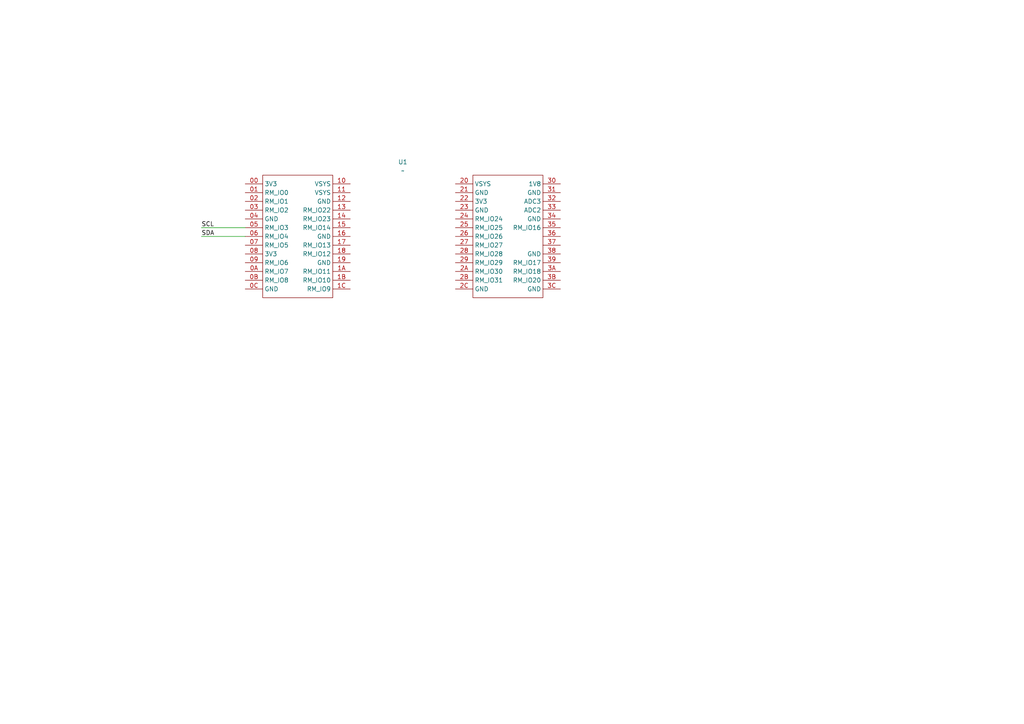
<source format=kicad_sch>
(kicad_sch (version 20250114) (generator "eeschema") (generator_version "9.0")
  (paper "A4")
  (lib_symbols
    (symbol "kicad_inventree_lib:LuckfoxLyraUltra"
      (property "Reference" "U" (at 0 2.54 0))
      (symbol "LuckfoxLyraUltra_0_1"
        (rectangle (start -40.64 43.18) (end -20.32 7.62))
        (rectangle (start 20.32 43.18) (end 40.64 7.62))
      )
      (symbol "LuckfoxLyraUltra_1_1"
        (pin power_out line (at -45.72 40.64 0) (length 5.08) (name "3V3") (number "00"))
        (pin bidirectional line (at -45.72 38.1 0) (length 5.08) (name "RM_IO0") (number "01"))
        (pin bidirectional line (at -45.72 35.56 0) (length 5.08) (name "RM_IO1") (number "02"))
        (pin bidirectional line (at -45.72 33.02 0) (length 5.08) (name "RM_IO2") (number "03"))
        (pin power_in line (at -45.72 30.48 0) (length 5.08) (name "GND") (number "04"))
        (pin bidirectional line (at -45.72 27.94 0) (length 5.08) (name "RM_IO3") (number "05"))
        (pin bidirectional line (at -45.72 25.4 0) (length 5.08) (name "RM_IO4") (number "06"))
        (pin bidirectional line (at -45.72 22.86 0) (length 5.08) (name "RM_IO5") (number "07"))
        (pin power_out line (at -45.72 20.32 0) (length 5.08) (name "3V3") (number "08"))
        (pin bidirectional line (at -45.72 17.78 0) (length 5.08) (name "RM_IO6") (number "09"))
        (pin bidirectional line (at -45.72 15.24 0) (length 5.08) (name "RM_IO7") (number "0A"))
        (pin bidirectional line (at -45.72 12.7 0) (length 5.08) (name "RM_IO8") (number "0B"))
        (pin power_in line (at -45.72 10.16 0) (length 5.08) (name "GND") (number "0C"))
        (pin power_in line (at -15.24 40.64 180) (length 5.08) (name "VSYS") (number "10"))
        (pin power_in line (at -15.24 38.1 180) (length 5.08) (name "VSYS") (number "11"))
        (pin power_in line (at -15.24 35.56 180) (length 5.08) (name "GND") (number "12"))
        (pin bidirectional line (at -15.24 33.02 180) (length 5.08) (name "RM_IO22") (number "13"))
        (pin bidirectional line (at -15.24 30.48 180) (length 5.08) (name "RM_IO23") (number "14"))
        (pin bidirectional line (at -15.24 27.94 180) (length 5.08) (name "RM_IO14") (number "15"))
        (pin power_in line (at -15.24 25.4 180) (length 5.08) (name "GND") (number "16"))
        (pin bidirectional line (at -15.24 22.86 180) (length 5.08) (name "RM_IO13") (number "17"))
        (pin bidirectional line (at -15.24 20.32 180) (length 5.08) (name "RM_IO12") (number "18"))
        (pin power_in line (at -15.24 17.78 180) (length 5.08) (name "GND") (number "19"))
        (pin bidirectional line (at -15.24 15.24 180) (length 5.08) (name "RM_IO11") (number "1A"))
        (pin bidirectional line (at -15.24 12.7 180) (length 5.08) (name "RM_IO10") (number "1B"))
        (pin bidirectional line (at -15.24 10.16 180) (length 5.08) (name "RM_IO9") (number "1C"))
        (pin power_in line (at 15.24 40.64 0) (length 5.08) (name "VSYS") (number "20"))
        (pin power_in line (at 15.24 38.1 0) (length 5.08) (name "GND") (number "21"))
        (pin power_out line (at 15.24 35.56 0) (length 5.08) (name "3V3") (number "22"))
        (pin power_in line (at 15.24 33.02 0) (length 5.08) (name "GND") (number "23"))
        (pin bidirectional line (at 15.24 30.48 0) (length 5.08) (name "RM_IO24") (number "24"))
        (pin bidirectional line (at 15.24 27.94 0) (length 5.08) (name "RM_IO25") (number "25"))
        (pin bidirectional line (at 15.24 25.4 0) (length 5.08) (name "RM_IO26") (number "26"))
        (pin bidirectional line (at 15.24 22.86 0) (length 5.08) (name "RM_IO27") (number "27"))
        (pin bidirectional line (at 15.24 20.32 0) (length 5.08) (name "RM_IO28") (number "28"))
        (pin bidirectional line (at 15.24 17.78 0) (length 5.08) (name "RM_IO29") (number "29"))
        (pin bidirectional line (at 15.24 15.24 0) (length 5.08) (name "RM_IO30") (number "2A"))
        (pin bidirectional line (at 15.24 12.7 0) (length 5.08) (name "RM_IO31") (number "2B"))
        (pin power_in line (at 15.24 10.16 0) (length 5.08) (name "GND") (number "2C"))
        (pin power_out line (at 45.72 40.64 180) (length 5.08) (name "1V8") (number "30"))
        (pin power_in line (at 45.72 38.1 180) (length 5.08) (name "GND") (number "31"))
        (pin input line (at 45.72 35.56 180) (length 5.08) (name "ADC3") (number "32"))
        (pin input line (at 45.72 33.02 180) (length 5.08) (name "ADC2") (number "33"))
        (pin power_in line (at 45.72 30.48 180) (length 5.08) (name "GND") (number "34"))
        (pin bidirectional line (at 45.72 27.94 180) (length 5.08) (name "RM_IO16") (number "35"))
        (pin bidirectional line (at 45.72 25.4 180) (length 5.08) (name "") (number "36"))
        (pin bidirectional line (at 45.72 22.86 180) (length 5.08) (name "") (number "37"))
        (pin power_in line (at 45.72 20.32 180) (length 5.08) (name "GND") (number "38"))
        (pin bidirectional line (at 45.72 17.78 180) (length 5.08) (name "RM_IO17") (number "39"))
        (pin bidirectional line (at 45.72 15.24 180) (length 5.08) (name "RM_IO18") (number "3A"))
        (pin bidirectional line (at 45.72 12.7 180) (length 5.08) (name "RM_IO20") (number "3B"))
        (pin power_in line (at 45.72 10.16 180) (length 5.08) (name "GND") (number "3C"))
      )
    )
  )
  (wire (pts (xy 58.42 66.04) (xy 71.12 66.04)))
  (wire (pts (xy 58.42 68.58) (xy 71.12 68.58)))
  (label "SCL" (at 58.42 66.04 0))
  (label "SDA" (at 58.42 68.58 0))
  (symbol (lib_id "kicad_inventree_lib:LuckfoxLyraUltra") (at 116.84 93.98 0) (unit 1)
    (property "Reference" "U1" (at 116.84 46.99 0))
    (property "Value" "~" (at 116.84 49.53 0))
    (property "Footprint" "kicad_inventree_lib:LuckfoxLyraUltra" (effects (hide yes)))
  )
)
</source>
